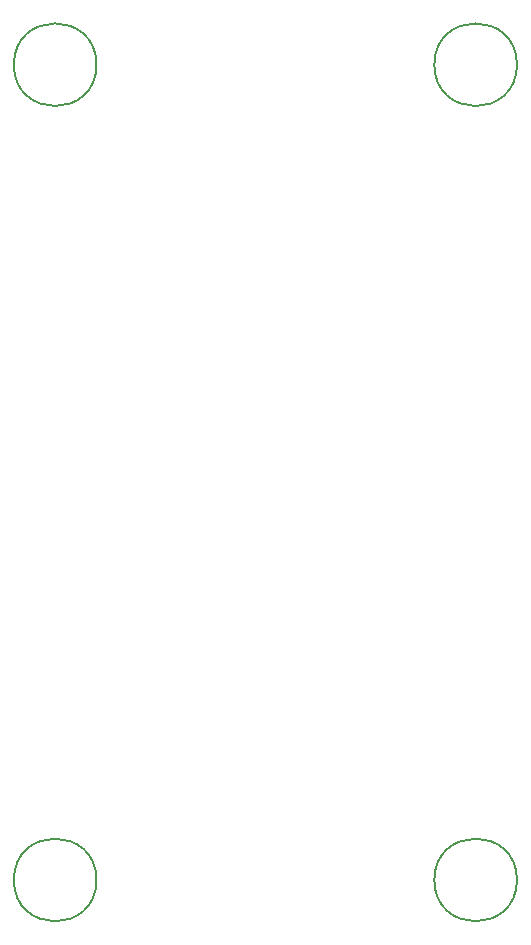
<source format=gbo>
%FSLAX44Y44*%
%MOMM*%
G71*
G01*
G75*
G04 Layer_Color=32896*
%ADD10R,2.3000X0.6000*%
%ADD11R,1.0000X0.9500*%
%ADD12R,1.1000X0.9500*%
%ADD13R,0.9500X1.0000*%
%ADD14R,0.6000X2.2000*%
%ADD15R,0.9500X1.1000*%
%ADD16R,4.6500X2.3000*%
%ADD17R,0.9000X1.0000*%
%ADD18R,1.1000X1.3500*%
%ADD19R,1.6000X3.0000*%
%ADD20R,6.7000X6.7000*%
%ADD21R,1.9500X1.2500*%
%ADD22R,0.5500X1.7500*%
%ADD23R,1.7500X0.5500*%
%ADD24R,1.6000X1.8000*%
%ADD25R,1.0000X0.9000*%
%ADD26C,0.3000*%
%ADD27C,0.5000*%
%ADD28C,1.0000*%
%ADD29C,3.6000*%
%ADD30C,1.5000*%
%ADD31R,1.5000X1.5000*%
%ADD32C,1.7000*%
%ADD33R,1.7000X1.7000*%
%ADD34R,1.6000X1.6000*%
%ADD35R,1.6000X1.6000*%
%ADD36C,0.8000*%
%ADD37C,0.2000*%
%ADD38C,0.2500*%
%ADD39C,0.6000*%
%ADD40C,0.1000*%
%ADD41C,0.0508*%
%ADD42R,2.5000X0.8000*%
%ADD43R,1.2000X1.1500*%
%ADD44R,1.3000X1.1500*%
%ADD45R,1.1500X1.2000*%
%ADD46R,0.8000X2.4000*%
%ADD47R,1.1500X1.3000*%
%ADD48R,4.8500X2.5000*%
%ADD49R,1.1000X1.2000*%
%ADD50R,1.3000X1.5500*%
%ADD51R,1.8000X3.2000*%
%ADD52R,6.9000X6.9000*%
%ADD53R,2.1500X1.4500*%
%ADD54R,0.7500X1.9500*%
%ADD55R,1.9500X0.7500*%
%ADD56R,1.8000X2.0000*%
%ADD57R,1.2000X1.1000*%
%ADD58C,3.8000*%
%ADD59C,1.9000*%
%ADD60R,1.9000X1.9000*%
%ADD61R,1.8000X1.8000*%
%ADD62R,1.8000X1.8000*%
%ADD63C,1.0000*%
D37*
X97000Y780250D02*
G03*
X97000Y780250I-35000J0D01*
G01*
X453000D02*
G03*
X453000Y780250I-35000J0D01*
G01*
X452998Y90000D02*
G03*
X452998Y90000I-35000J0D01*
G01*
X96998D02*
G03*
X96998Y90000I-35000J0D01*
G01*
M02*

</source>
